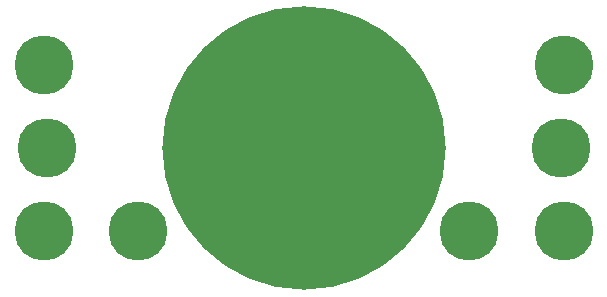
<source format=gbs>
G04 #@! TF.GenerationSoftware,KiCad,Pcbnew,5.1.9+dfsg1-1*
G04 #@! TF.CreationDate,2023-03-08T14:18:00+09:00*
G04 #@! TF.ProjectId,mid,6d69642e-6b69-4636-9164-5f7063625858,rev?*
G04 #@! TF.SameCoordinates,Original*
G04 #@! TF.FileFunction,Soldermask,Bot*
G04 #@! TF.FilePolarity,Negative*
%FSLAX46Y46*%
G04 Gerber Fmt 4.6, Leading zero omitted, Abs format (unit mm)*
G04 Created by KiCad (PCBNEW 5.1.9+dfsg1-1) date 2023-03-08 14:18:00*
%MOMM*%
%LPD*%
G01*
G04 APERTURE LIST*
%ADD10C,5.000000*%
%ADD11C,24.000000*%
%ADD12C,3.500000*%
G04 APERTURE END LIST*
D10*
X197000000Y-113000000D03*
X153000000Y-127000000D03*
X189000000Y-127000000D03*
X153000000Y-113000000D03*
X153250000Y-120000000D03*
X196750000Y-120000000D03*
X161000000Y-127000000D03*
X197000000Y-127000000D03*
D11*
X175000000Y-120000000D03*
D12*
X180656854Y-114343146D03*
X169343146Y-114343146D03*
X169343146Y-125656854D03*
X180656854Y-125656854D03*
M02*

</source>
